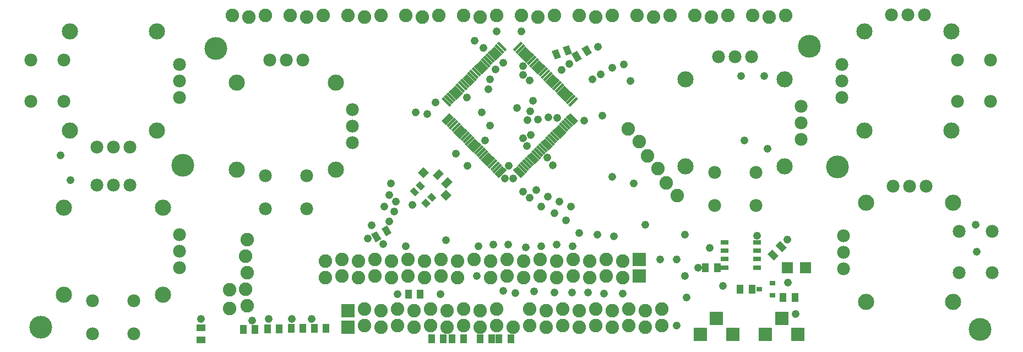
<source format=gts>
G75*
G70*
%OFA0B0*%
%FSLAX24Y24*%
%IPPOS*%
%LPD*%
%AMOC8*
5,1,8,0,0,1.08239X$1,22.5*
%
%ADD10R,0.0395X0.0552*%
%ADD11R,0.0477X0.0477*%
%ADD12R,0.0356X0.0434*%
%ADD13C,0.0980*%
%ADD14C,0.0780*%
%ADD15C,0.0820*%
%ADD16R,0.0674X0.0674*%
%ADD17R,0.0789X0.0789*%
%ADD18R,0.0820X0.0820*%
%ADD19C,0.1380*%
%ADD20R,0.0671X0.0178*%
%ADD21R,0.0474X0.0277*%
%ADD22R,0.0552X0.0395*%
%ADD23R,0.0356X0.0316*%
%ADD24C,0.0476*%
D10*
X019045Y009244D03*
X019754Y009244D03*
X020524Y009292D03*
X021232Y009292D03*
X021953Y009316D03*
X022661Y009316D03*
X023349Y009311D03*
X024057Y009311D03*
X029051Y011400D03*
X029760Y011400D03*
X030446Y008670D03*
X031155Y008670D03*
X031690Y008672D03*
X032398Y008672D03*
X033383Y008679D03*
X034091Y008679D03*
X034536Y008670D03*
X035245Y008670D03*
G36*
X026799Y015005D02*
X027139Y015202D01*
X027415Y014725D01*
X027075Y014528D01*
X026799Y015005D01*
G37*
G36*
X027412Y015360D02*
X027752Y015557D01*
X028028Y015080D01*
X027688Y014883D01*
X027412Y015360D01*
G37*
G36*
X031321Y017800D02*
X031042Y018079D01*
X031431Y018468D01*
X031710Y018189D01*
X031321Y017800D01*
G37*
G36*
X030820Y018301D02*
X030541Y018580D01*
X030930Y018969D01*
X031209Y018690D01*
X030820Y018301D01*
G37*
G36*
X037739Y026090D02*
X038108Y026225D01*
X038297Y025708D01*
X037928Y025573D01*
X037739Y026090D01*
G37*
G36*
X038405Y026332D02*
X038774Y026467D01*
X038963Y025950D01*
X038594Y025815D01*
X038405Y026332D01*
G37*
G36*
X038929Y025911D02*
X039269Y026108D01*
X039545Y025631D01*
X039205Y025434D01*
X038929Y025911D01*
G37*
G36*
X039542Y026265D02*
X039882Y026462D01*
X040158Y025985D01*
X039818Y025788D01*
X039542Y026265D01*
G37*
G36*
X051278Y014325D02*
X051557Y014604D01*
X051946Y014215D01*
X051667Y013936D01*
X051278Y014325D01*
G37*
G36*
X050777Y013824D02*
X051056Y014103D01*
X051445Y013714D01*
X051166Y013435D01*
X050777Y013824D01*
G37*
X047745Y012990D03*
X047036Y012990D03*
X049136Y011690D03*
X049845Y011690D03*
X051736Y011190D03*
X052445Y011190D03*
D11*
G36*
X031323Y017061D02*
X030987Y017397D01*
X031323Y017733D01*
X031659Y017397D01*
X031323Y017061D01*
G37*
G36*
X029964Y018419D02*
X029628Y018755D01*
X029964Y019091D01*
X030300Y018755D01*
X029964Y018419D01*
G37*
D12*
G36*
X029503Y017972D02*
X029755Y018224D01*
X030061Y017918D01*
X029809Y017666D01*
X029503Y017972D01*
G37*
G36*
X029141Y017611D02*
X029393Y017863D01*
X029699Y017557D01*
X029447Y017305D01*
X029141Y017611D01*
G37*
G36*
X029833Y016919D02*
X030085Y017171D01*
X030391Y016865D01*
X030139Y016613D01*
X029833Y016919D01*
G37*
G36*
X030194Y017281D02*
X030446Y017533D01*
X030752Y017227D01*
X030500Y016975D01*
X030194Y017281D01*
G37*
D13*
X024652Y018927D03*
X018652Y018927D03*
X014191Y016615D03*
X008191Y016615D03*
X008566Y021290D03*
X013816Y021290D03*
X018652Y024177D03*
X013816Y027290D03*
X008566Y027290D03*
X024652Y024177D03*
X045839Y024374D03*
X051839Y024374D03*
X056666Y027290D03*
X061916Y027290D03*
X061916Y021290D03*
X056666Y021290D03*
X051839Y019124D03*
X056766Y016936D03*
X062016Y016936D03*
X062016Y010936D03*
X056766Y010936D03*
X045839Y019124D03*
X014191Y011365D03*
X008191Y011365D03*
D14*
X009941Y010990D03*
X012441Y010990D03*
X012441Y008990D03*
X009941Y008990D03*
X015191Y012990D03*
X015191Y013990D03*
X015191Y014990D03*
X020402Y016552D03*
X022902Y016552D03*
X022902Y018552D03*
X020402Y018552D03*
X025652Y020552D03*
X025652Y021552D03*
X025652Y022552D03*
X022652Y025552D03*
X021652Y025552D03*
X020652Y025552D03*
X015191Y025290D03*
X015191Y024290D03*
X015191Y023290D03*
X012191Y020290D03*
X011191Y020290D03*
X010191Y020290D03*
X010191Y017990D03*
X011191Y017990D03*
X012191Y017990D03*
X008191Y023040D03*
X006191Y023040D03*
X006191Y025540D03*
X008191Y025540D03*
X047839Y025749D03*
X048839Y025749D03*
X049839Y025749D03*
X055291Y025290D03*
X055291Y024290D03*
X055291Y023290D03*
X052839Y022749D03*
X052839Y021749D03*
X052839Y020749D03*
X050089Y018749D03*
X047589Y018749D03*
X047589Y016749D03*
X050089Y016749D03*
X055391Y014936D03*
X055391Y013936D03*
X055391Y012936D03*
X062391Y012686D03*
X064391Y012686D03*
X064391Y015186D03*
X062391Y015186D03*
X060391Y017936D03*
X059391Y017936D03*
X058391Y017936D03*
X062291Y023040D03*
X064291Y023040D03*
X064291Y025540D03*
X062291Y025540D03*
X060291Y028290D03*
X059291Y028290D03*
X058291Y028290D03*
D15*
X051891Y028240D03*
X050891Y028140D03*
X049891Y028240D03*
X048391Y028240D03*
X047391Y028140D03*
X046391Y028240D03*
X044891Y028240D03*
X043891Y028140D03*
X042891Y028240D03*
X041391Y028240D03*
X040391Y028140D03*
X039391Y028240D03*
X037891Y028240D03*
X036891Y028140D03*
X035891Y028240D03*
X034391Y028240D03*
X033391Y028140D03*
X032391Y028240D03*
X030891Y028240D03*
X029891Y028140D03*
X028891Y028240D03*
X027391Y028240D03*
X026391Y028140D03*
X025391Y028240D03*
X023891Y028240D03*
X022891Y028140D03*
X021891Y028240D03*
X020391Y028240D03*
X019391Y028140D03*
X018391Y028240D03*
X042372Y021394D03*
X043027Y020632D03*
X043519Y019756D03*
X044174Y018994D03*
X044666Y018117D03*
X045321Y017356D03*
X042039Y013390D03*
X041039Y013490D03*
X040039Y013390D03*
X039039Y013490D03*
X038039Y013390D03*
X037039Y013490D03*
X036039Y013390D03*
X035039Y013490D03*
X034039Y013390D03*
X033039Y013490D03*
X032039Y013390D03*
X031039Y013490D03*
X030039Y013390D03*
X029039Y013490D03*
X028039Y013390D03*
X027039Y013490D03*
X026039Y013390D03*
X025039Y013490D03*
X024039Y013390D03*
X024039Y012390D03*
X025039Y012490D03*
X026039Y012390D03*
X027039Y012490D03*
X028039Y012390D03*
X029039Y012490D03*
X030039Y012390D03*
X031039Y012490D03*
X032039Y012390D03*
X034039Y012390D03*
X035039Y012490D03*
X036039Y012390D03*
X037039Y012490D03*
X038039Y012390D03*
X039039Y012490D03*
X040039Y012390D03*
X041039Y012490D03*
X042039Y012390D03*
X042377Y010480D03*
X043377Y010380D03*
X044377Y010480D03*
X044377Y009480D03*
X043377Y009380D03*
X042377Y009480D03*
X041377Y009380D03*
X040377Y009480D03*
X039377Y009380D03*
X038377Y009480D03*
X037377Y009380D03*
X036377Y009480D03*
X035377Y009380D03*
X034377Y009480D03*
X033377Y009380D03*
X032377Y009480D03*
X031377Y009380D03*
X030377Y009480D03*
X029377Y009380D03*
X028377Y009480D03*
X027377Y009380D03*
X026377Y009480D03*
X026377Y010480D03*
X027377Y010380D03*
X028377Y010480D03*
X029377Y010380D03*
X030377Y010480D03*
X031377Y010380D03*
X032377Y010480D03*
X033377Y010380D03*
X034377Y010480D03*
X036377Y010480D03*
X037377Y010380D03*
X038377Y010480D03*
X039377Y010380D03*
X040377Y010480D03*
X041377Y010380D03*
X019299Y010674D03*
X018241Y010520D03*
X018241Y011660D03*
X019199Y011674D03*
X019299Y012674D03*
X019199Y013674D03*
X019299Y014674D03*
D16*
X051985Y012986D03*
X053103Y012986D03*
D17*
X051654Y009926D03*
X052638Y008941D03*
X050669Y008941D03*
X048680Y008941D03*
X047696Y009926D03*
X046712Y008941D03*
D18*
X043039Y012490D03*
X043039Y013490D03*
X025377Y010380D03*
X025377Y009380D03*
D19*
X006803Y009373D03*
X015403Y019173D03*
X017386Y026263D03*
X053313Y026370D03*
X055013Y019070D03*
X063656Y009254D03*
D20*
G36*
X038707Y022219D02*
X039179Y021747D01*
X039053Y021621D01*
X038581Y022093D01*
X038707Y022219D01*
G37*
G36*
X038846Y022358D02*
X039318Y021886D01*
X039192Y021760D01*
X038720Y022232D01*
X038846Y022358D01*
G37*
G36*
X038720Y022861D02*
X039192Y023333D01*
X039318Y023207D01*
X038846Y022735D01*
X038720Y022861D01*
G37*
G36*
X038581Y023000D02*
X039053Y023472D01*
X039179Y023346D01*
X038707Y022874D01*
X038581Y023000D01*
G37*
G36*
X038442Y023139D02*
X038914Y023611D01*
X039040Y023485D01*
X038568Y023013D01*
X038442Y023139D01*
G37*
G36*
X038302Y023278D02*
X038774Y023750D01*
X038900Y023624D01*
X038428Y023152D01*
X038302Y023278D01*
G37*
G36*
X038163Y023417D02*
X038635Y023889D01*
X038761Y023763D01*
X038289Y023291D01*
X038163Y023417D01*
G37*
G36*
X038024Y023557D02*
X038496Y024029D01*
X038622Y023903D01*
X038150Y023431D01*
X038024Y023557D01*
G37*
G36*
X037885Y023696D02*
X038357Y024168D01*
X038483Y024042D01*
X038011Y023570D01*
X037885Y023696D01*
G37*
G36*
X037746Y023835D02*
X038218Y024307D01*
X038344Y024181D01*
X037872Y023709D01*
X037746Y023835D01*
G37*
G36*
X037606Y023974D02*
X038078Y024446D01*
X038204Y024320D01*
X037732Y023848D01*
X037606Y023974D01*
G37*
G36*
X037467Y024113D02*
X037939Y024585D01*
X038065Y024459D01*
X037593Y023987D01*
X037467Y024113D01*
G37*
G36*
X037328Y024253D02*
X037800Y024725D01*
X037926Y024599D01*
X037454Y024127D01*
X037328Y024253D01*
G37*
G36*
X037189Y024392D02*
X037661Y024864D01*
X037787Y024738D01*
X037315Y024266D01*
X037189Y024392D01*
G37*
G36*
X037050Y024531D02*
X037522Y025003D01*
X037648Y024877D01*
X037176Y024405D01*
X037050Y024531D01*
G37*
G36*
X036910Y024670D02*
X037382Y025142D01*
X037508Y025016D01*
X037036Y024544D01*
X036910Y024670D01*
G37*
G36*
X036771Y024809D02*
X037243Y025281D01*
X037369Y025155D01*
X036897Y024683D01*
X036771Y024809D01*
G37*
G36*
X036632Y024949D02*
X037104Y025421D01*
X037230Y025295D01*
X036758Y024823D01*
X036632Y024949D01*
G37*
G36*
X036493Y025088D02*
X036965Y025560D01*
X037091Y025434D01*
X036619Y024962D01*
X036493Y025088D01*
G37*
G36*
X036354Y025227D02*
X036826Y025699D01*
X036952Y025573D01*
X036480Y025101D01*
X036354Y025227D01*
G37*
G36*
X036215Y025366D02*
X036687Y025838D01*
X036813Y025712D01*
X036341Y025240D01*
X036215Y025366D01*
G37*
G36*
X036075Y025505D02*
X036547Y025977D01*
X036673Y025851D01*
X036201Y025379D01*
X036075Y025505D01*
G37*
G36*
X035936Y025645D02*
X036408Y026117D01*
X036534Y025991D01*
X036062Y025519D01*
X035936Y025645D01*
G37*
G36*
X035797Y025784D02*
X036269Y026256D01*
X036395Y026130D01*
X035923Y025658D01*
X035797Y025784D01*
G37*
G36*
X035658Y025923D02*
X036130Y026395D01*
X036256Y026269D01*
X035784Y025797D01*
X035658Y025923D01*
G37*
G36*
X035519Y026062D02*
X035991Y026534D01*
X036117Y026408D01*
X035645Y025936D01*
X035519Y026062D01*
G37*
G36*
X035379Y026201D02*
X035851Y026673D01*
X035977Y026547D01*
X035505Y026075D01*
X035379Y026201D01*
G37*
G36*
X034877Y026075D02*
X034405Y026547D01*
X034531Y026673D01*
X035003Y026201D01*
X034877Y026075D01*
G37*
G36*
X034738Y025936D02*
X034266Y026408D01*
X034392Y026534D01*
X034864Y026062D01*
X034738Y025936D01*
G37*
G36*
X034599Y025797D02*
X034127Y026269D01*
X034253Y026395D01*
X034725Y025923D01*
X034599Y025797D01*
G37*
G36*
X034459Y025658D02*
X033987Y026130D01*
X034113Y026256D01*
X034585Y025784D01*
X034459Y025658D01*
G37*
G36*
X034320Y025519D02*
X033848Y025991D01*
X033974Y026117D01*
X034446Y025645D01*
X034320Y025519D01*
G37*
G36*
X034181Y025379D02*
X033709Y025851D01*
X033835Y025977D01*
X034307Y025505D01*
X034181Y025379D01*
G37*
G36*
X034042Y025240D02*
X033570Y025712D01*
X033696Y025838D01*
X034168Y025366D01*
X034042Y025240D01*
G37*
G36*
X033903Y025101D02*
X033431Y025573D01*
X033557Y025699D01*
X034029Y025227D01*
X033903Y025101D01*
G37*
G36*
X033763Y024962D02*
X033291Y025434D01*
X033417Y025560D01*
X033889Y025088D01*
X033763Y024962D01*
G37*
G36*
X033624Y024823D02*
X033152Y025295D01*
X033278Y025421D01*
X033750Y024949D01*
X033624Y024823D01*
G37*
G36*
X033485Y024683D02*
X033013Y025155D01*
X033139Y025281D01*
X033611Y024809D01*
X033485Y024683D01*
G37*
G36*
X033346Y024544D02*
X032874Y025016D01*
X033000Y025142D01*
X033472Y024670D01*
X033346Y024544D01*
G37*
G36*
X033207Y024405D02*
X032735Y024877D01*
X032861Y025003D01*
X033333Y024531D01*
X033207Y024405D01*
G37*
G36*
X033067Y024266D02*
X032595Y024738D01*
X032721Y024864D01*
X033193Y024392D01*
X033067Y024266D01*
G37*
G36*
X032928Y024127D02*
X032456Y024599D01*
X032582Y024725D01*
X033054Y024253D01*
X032928Y024127D01*
G37*
G36*
X032789Y023987D02*
X032317Y024459D01*
X032443Y024585D01*
X032915Y024113D01*
X032789Y023987D01*
G37*
G36*
X032650Y023848D02*
X032178Y024320D01*
X032304Y024446D01*
X032776Y023974D01*
X032650Y023848D01*
G37*
G36*
X032511Y023709D02*
X032039Y024181D01*
X032165Y024307D01*
X032637Y023835D01*
X032511Y023709D01*
G37*
G36*
X032372Y023570D02*
X031900Y024042D01*
X032026Y024168D01*
X032498Y023696D01*
X032372Y023570D01*
G37*
G36*
X032232Y023431D02*
X031760Y023903D01*
X031886Y024029D01*
X032358Y023557D01*
X032232Y023431D01*
G37*
G36*
X032093Y023291D02*
X031621Y023763D01*
X031747Y023889D01*
X032219Y023417D01*
X032093Y023291D01*
G37*
G36*
X031954Y023152D02*
X031482Y023624D01*
X031608Y023750D01*
X032080Y023278D01*
X031954Y023152D01*
G37*
G36*
X031815Y023013D02*
X031343Y023485D01*
X031469Y023611D01*
X031941Y023139D01*
X031815Y023013D01*
G37*
G36*
X031676Y022874D02*
X031204Y023346D01*
X031330Y023472D01*
X031802Y023000D01*
X031676Y022874D01*
G37*
G36*
X031536Y022735D02*
X031064Y023207D01*
X031190Y023333D01*
X031662Y022861D01*
X031536Y022735D01*
G37*
G36*
X031662Y022232D02*
X031190Y021760D01*
X031064Y021886D01*
X031536Y022358D01*
X031662Y022232D01*
G37*
G36*
X031802Y022093D02*
X031330Y021621D01*
X031204Y021747D01*
X031676Y022219D01*
X031802Y022093D01*
G37*
G36*
X031941Y021954D02*
X031469Y021482D01*
X031343Y021608D01*
X031815Y022080D01*
X031941Y021954D01*
G37*
G36*
X032080Y021815D02*
X031608Y021343D01*
X031482Y021469D01*
X031954Y021941D01*
X032080Y021815D01*
G37*
G36*
X032219Y021676D02*
X031747Y021204D01*
X031621Y021330D01*
X032093Y021802D01*
X032219Y021676D01*
G37*
G36*
X032358Y021536D02*
X031886Y021064D01*
X031760Y021190D01*
X032232Y021662D01*
X032358Y021536D01*
G37*
G36*
X032498Y021397D02*
X032026Y020925D01*
X031900Y021051D01*
X032372Y021523D01*
X032498Y021397D01*
G37*
G36*
X032637Y021258D02*
X032165Y020786D01*
X032039Y020912D01*
X032511Y021384D01*
X032637Y021258D01*
G37*
G36*
X032776Y021119D02*
X032304Y020647D01*
X032178Y020773D01*
X032650Y021245D01*
X032776Y021119D01*
G37*
G36*
X032915Y020980D02*
X032443Y020508D01*
X032317Y020634D01*
X032789Y021106D01*
X032915Y020980D01*
G37*
G36*
X033054Y020840D02*
X032582Y020368D01*
X032456Y020494D01*
X032928Y020966D01*
X033054Y020840D01*
G37*
G36*
X033193Y020701D02*
X032721Y020229D01*
X032595Y020355D01*
X033067Y020827D01*
X033193Y020701D01*
G37*
G36*
X033333Y020562D02*
X032861Y020090D01*
X032735Y020216D01*
X033207Y020688D01*
X033333Y020562D01*
G37*
G36*
X033472Y020423D02*
X033000Y019951D01*
X032874Y020077D01*
X033346Y020549D01*
X033472Y020423D01*
G37*
G36*
X033611Y020284D02*
X033139Y019812D01*
X033013Y019938D01*
X033485Y020410D01*
X033611Y020284D01*
G37*
G36*
X033750Y020144D02*
X033278Y019672D01*
X033152Y019798D01*
X033624Y020270D01*
X033750Y020144D01*
G37*
G36*
X033889Y020005D02*
X033417Y019533D01*
X033291Y019659D01*
X033763Y020131D01*
X033889Y020005D01*
G37*
G36*
X034029Y019866D02*
X033557Y019394D01*
X033431Y019520D01*
X033903Y019992D01*
X034029Y019866D01*
G37*
G36*
X034168Y019727D02*
X033696Y019255D01*
X033570Y019381D01*
X034042Y019853D01*
X034168Y019727D01*
G37*
G36*
X034307Y019588D02*
X033835Y019116D01*
X033709Y019242D01*
X034181Y019714D01*
X034307Y019588D01*
G37*
G36*
X034446Y019448D02*
X033974Y018976D01*
X033848Y019102D01*
X034320Y019574D01*
X034446Y019448D01*
G37*
G36*
X034585Y019309D02*
X034113Y018837D01*
X033987Y018963D01*
X034459Y019435D01*
X034585Y019309D01*
G37*
G36*
X034725Y019170D02*
X034253Y018698D01*
X034127Y018824D01*
X034599Y019296D01*
X034725Y019170D01*
G37*
G36*
X034864Y019031D02*
X034392Y018559D01*
X034266Y018685D01*
X034738Y019157D01*
X034864Y019031D01*
G37*
G36*
X035003Y018892D02*
X034531Y018420D01*
X034405Y018546D01*
X034877Y019018D01*
X035003Y018892D01*
G37*
G36*
X035505Y019018D02*
X035977Y018546D01*
X035851Y018420D01*
X035379Y018892D01*
X035505Y019018D01*
G37*
G36*
X035645Y019157D02*
X036117Y018685D01*
X035991Y018559D01*
X035519Y019031D01*
X035645Y019157D01*
G37*
G36*
X035784Y019296D02*
X036256Y018824D01*
X036130Y018698D01*
X035658Y019170D01*
X035784Y019296D01*
G37*
G36*
X035923Y019435D02*
X036395Y018963D01*
X036269Y018837D01*
X035797Y019309D01*
X035923Y019435D01*
G37*
G36*
X036062Y019574D02*
X036534Y019102D01*
X036408Y018976D01*
X035936Y019448D01*
X036062Y019574D01*
G37*
G36*
X036201Y019714D02*
X036673Y019242D01*
X036547Y019116D01*
X036075Y019588D01*
X036201Y019714D01*
G37*
G36*
X036341Y019853D02*
X036813Y019381D01*
X036687Y019255D01*
X036215Y019727D01*
X036341Y019853D01*
G37*
G36*
X036480Y019992D02*
X036952Y019520D01*
X036826Y019394D01*
X036354Y019866D01*
X036480Y019992D01*
G37*
G36*
X036619Y020131D02*
X037091Y019659D01*
X036965Y019533D01*
X036493Y020005D01*
X036619Y020131D01*
G37*
G36*
X036758Y020270D02*
X037230Y019798D01*
X037104Y019672D01*
X036632Y020144D01*
X036758Y020270D01*
G37*
G36*
X036897Y020410D02*
X037369Y019938D01*
X037243Y019812D01*
X036771Y020284D01*
X036897Y020410D01*
G37*
G36*
X037036Y020549D02*
X037508Y020077D01*
X037382Y019951D01*
X036910Y020423D01*
X037036Y020549D01*
G37*
G36*
X037176Y020688D02*
X037648Y020216D01*
X037522Y020090D01*
X037050Y020562D01*
X037176Y020688D01*
G37*
G36*
X037315Y020827D02*
X037787Y020355D01*
X037661Y020229D01*
X037189Y020701D01*
X037315Y020827D01*
G37*
G36*
X037454Y020966D02*
X037926Y020494D01*
X037800Y020368D01*
X037328Y020840D01*
X037454Y020966D01*
G37*
G36*
X037593Y021106D02*
X038065Y020634D01*
X037939Y020508D01*
X037467Y020980D01*
X037593Y021106D01*
G37*
G36*
X037732Y021245D02*
X038204Y020773D01*
X038078Y020647D01*
X037606Y021119D01*
X037732Y021245D01*
G37*
G36*
X037872Y021384D02*
X038344Y020912D01*
X038218Y020786D01*
X037746Y021258D01*
X037872Y021384D01*
G37*
G36*
X038011Y021523D02*
X038483Y021051D01*
X038357Y020925D01*
X037885Y021397D01*
X038011Y021523D01*
G37*
G36*
X038150Y021662D02*
X038622Y021190D01*
X038496Y021064D01*
X038024Y021536D01*
X038150Y021662D01*
G37*
G36*
X038289Y021802D02*
X038761Y021330D01*
X038635Y021204D01*
X038163Y021676D01*
X038289Y021802D01*
G37*
G36*
X038428Y021941D02*
X038900Y021469D01*
X038774Y021343D01*
X038302Y021815D01*
X038428Y021941D01*
G37*
G36*
X038568Y022080D02*
X039040Y021608D01*
X038914Y021482D01*
X038442Y021954D01*
X038568Y022080D01*
G37*
D21*
X048191Y014512D03*
X048191Y014008D03*
X048191Y013504D03*
X048191Y013000D03*
X050151Y013000D03*
X050151Y013504D03*
X050151Y014008D03*
X050151Y014512D03*
D22*
X016491Y008636D03*
X016491Y009344D03*
D23*
X050297Y011690D03*
X051084Y011316D03*
X051084Y012064D03*
D24*
X052011Y012070D03*
X052491Y010190D03*
X048091Y011890D03*
X046591Y012990D03*
X045791Y012490D03*
X045291Y013490D03*
X044291Y013490D03*
X047291Y014190D03*
X045791Y014990D03*
X043391Y015590D03*
X041491Y014890D03*
X040491Y014990D03*
X039391Y015090D03*
X038991Y014290D03*
X038011Y014380D03*
X037091Y014290D03*
X036161Y014230D03*
X035091Y014390D03*
X034191Y014390D03*
X033291Y014290D03*
X031341Y014650D03*
X028891Y014290D03*
X027521Y014420D03*
X026591Y014740D03*
X026841Y015540D03*
X027891Y015790D03*
X028191Y016390D03*
X027591Y016690D03*
X028291Y016990D03*
X027891Y017390D03*
X027981Y018070D03*
X029291Y016790D03*
X032641Y019160D03*
X031931Y019900D03*
X033691Y020690D03*
X033991Y021590D03*
X033491Y022390D03*
X032591Y023290D03*
X033891Y023790D03*
X033991Y024390D03*
X034341Y025000D03*
X034791Y025390D03*
X035991Y025190D03*
X035991Y024644D03*
X036391Y024320D03*
X036581Y023080D03*
X036431Y022440D03*
X035631Y022660D03*
X036251Y021910D03*
X036901Y021950D03*
X037511Y022100D03*
X038071Y022050D03*
X039691Y021890D03*
X040791Y022190D03*
X042491Y024290D03*
X042091Y025290D03*
X041391Y025090D03*
X040691Y024690D03*
X040191Y024390D03*
X038791Y025320D03*
X038311Y024940D03*
X040511Y026350D03*
X035881Y027270D03*
X034391Y027290D03*
X033051Y026730D03*
X033591Y026290D03*
X030691Y022990D03*
X029491Y022390D03*
X030191Y022290D03*
X035981Y020810D03*
X036231Y020360D03*
X036471Y021020D03*
X037471Y019640D03*
X037791Y019170D03*
X036791Y017690D03*
X037491Y017290D03*
X038191Y016990D03*
X038891Y016690D03*
X037891Y016290D03*
X037091Y016690D03*
X036401Y017210D03*
X035991Y017590D03*
X035391Y018390D03*
X034891Y018400D03*
X035111Y019140D03*
X041391Y018490D03*
X042691Y018090D03*
X038601Y015860D03*
X033191Y012490D03*
X034791Y011590D03*
X035531Y011450D03*
X036671Y011550D03*
X037891Y011490D03*
X038951Y011500D03*
X039921Y011480D03*
X040891Y011410D03*
X042021Y011430D03*
X045291Y009490D03*
X045891Y011190D03*
X051991Y014690D03*
X050151Y014934D03*
X050791Y020190D03*
X049391Y020690D03*
X049191Y024590D03*
X050591Y024590D03*
X063391Y015590D03*
X063461Y013960D03*
X030991Y011390D03*
X028391Y011390D03*
X023191Y009890D03*
X021991Y009890D03*
X020591Y009890D03*
X019591Y009790D03*
X016491Y009890D03*
X008591Y018290D03*
X007991Y019790D03*
M02*

</source>
